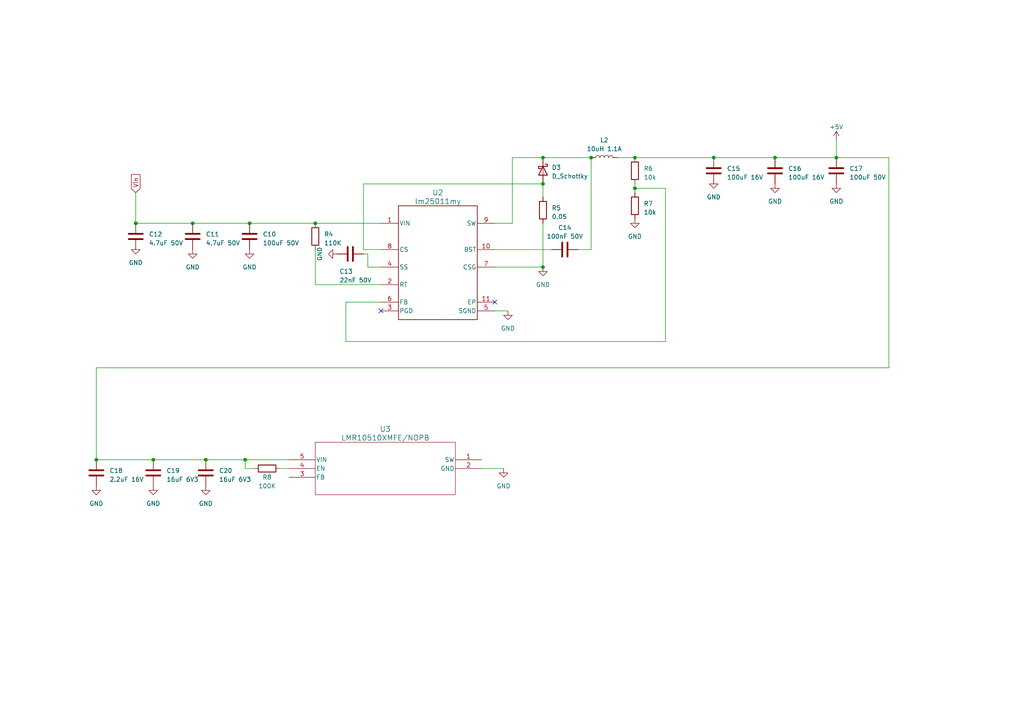
<source format=kicad_sch>
(kicad_sch (version 20230121) (generator eeschema)
  (paper "A4")
  (lib_symbols
    (symbol "Device:C" (pin_numbers hide) (pin_names (offset 0.254))
      (property "Reference" "C" (at 0.635 2.54 0))
      (property "Value" "C" (at 0.635 -2.54 0))
      (symbol "C_0_1"
        (polyline (pts (xy -2.032 -0.762) (xy 2.032 -0.762)) (stroke (width 0.508)))
        (polyline (pts (xy -2.032 0.762) (xy 2.032 0.762)) (stroke (width 0.508)))
      )
      (symbol "C_1_1"
        (pin passive line (at 0 3.81 270) (length 2.794) (name "~") (number "1"))
        (pin passive line (at 0 -3.81 90) (length 2.794) (name "~") (number "2"))
      )
    )
    (symbol "Device:D_Schottky" (pin_numbers hide) (pin_names (offset 1.016) hide)
      (property "Reference" "D" (at 0 2.54 0))
      (property "Value" "D_Schottky" (at 0 -2.54 0))
      (symbol "D_Schottky_0_1"
        (polyline (pts (xy 1.27 0) (xy -1.27 0)))
        (polyline (pts (xy 1.27 1.27) (xy 1.27 -1.27) (xy -1.27 0) (xy 1.27 1.27)) (stroke (width 0.254)))
        (polyline (pts (xy -1.905 0.635) (xy -1.905 1.27) (xy -1.27 1.27) (xy -1.27 -1.27) (xy -0.635 -1.27) (xy -0.635 -0.635)) (stroke (width 0.254)))
      )
      (symbol "D_Schottky_1_1"
        (pin passive line (at -3.81 0 0) (length 2.54) (name "K") (number "1"))
        (pin passive line (at 3.81 0 180) (length 2.54) (name "A") (number "2"))
      )
    )
    (symbol "Device:L" (pin_numbers hide) (pin_names (offset 1.016) hide)
      (property "Reference" "L" (at -1.27 0 90))
      (property "Value" "L" (at 1.905 0 90))
      (symbol "L_0_1"
        (arc (start 0 -2.54) (mid 0.6323 -1.905) (end 0 -1.27))
        (arc (start 0 -1.27) (mid 0.6323 -0.635) (end 0 0))
        (arc (start 0 0) (mid 0.6323 0.635) (end 0 1.27))
        (arc (start 0 1.27) (mid 0.6323 1.905) (end 0 2.54))
      )
      (symbol "L_1_1"
        (pin passive line (at 0 3.81 270) (length 1.27) (name "1") (number "1"))
        (pin passive line (at 0 -3.81 90) (length 1.27) (name "2") (number "2"))
      )
    )
    (symbol "Device:R" (pin_numbers hide) (pin_names (offset 0))
      (property "Reference" "R" (at 2.032 0 90))
      (property "Value" "R" (at 0 0 90))
      (symbol "R_0_1"
        (rectangle (start -1.016 -2.54) (end 1.016 2.54) (stroke (width 0.254)))
      )
      (symbol "R_1_1"
        (pin passive line (at 0 3.81 270) (length 1.27) (name "~") (number "1"))
        (pin passive line (at 0 -3.81 90) (length 1.27) (name "~") (number "2"))
      )
    )
    (symbol "LM25011MY:lm25011my" (pin_names (offset 0.254))
      (property "Reference" "U" (at 0 2.54 0))
      (property "Value" "lm25011my" (at 0 0 0))
      (symbol "lm25011my_0_1"
        (polyline (pts (xy 5.08 -27.94) (xy 27.94 -27.94)) (stroke (width 0.2032)))
        (polyline (pts (xy 5.08 5.08) (xy 5.08 -27.94)) (stroke (width 0.2032)))
        (polyline (pts (xy 27.94 -27.94) (xy 27.94 5.08)) (stroke (width 0.2032)))
        (polyline (pts (xy 27.94 5.08) (xy 5.08 5.08)) (stroke (width 0.2032)))
        (pin power_in line (at 0 0 0) (length 5.08) (name "VIN") (number "1"))
        (pin input line (at 33.02 -7.62 180) (length 5.08) (name "BST") (number "10"))
        (pin power_in line (at 33.02 -22.86 180) (length 5.08) (name "EP") (number "11"))
        (pin input line (at 0 -17.78 0) (length 5.08) (name "RT") (number "2"))
        (pin power_in line (at 0 -25.4 0) (length 5.08) (name "PGD") (number "3"))
        (pin input line (at 0 -12.7 0) (length 5.08) (name "SS") (number "4"))
        (pin power_in line (at 33.02 -25.4 180) (length 5.08) (name "SGND") (number "5"))
        (pin input line (at 0 -22.86 0) (length 5.08) (name "FB") (number "6"))
        (pin unspecified line (at 33.02 -12.7 180) (length 5.08) (name "CSG") (number "7"))
        (pin input line (at 0 -7.62 0) (length 5.08) (name "CS") (number "8"))
        (pin power_in line (at 33.02 0 180) (length 5.08) (name "SW") (number "9"))
      )
    )
    (symbol "LMR10510XMFE:LMR10510XMFE_NOPB" (pin_names (offset 0.254))
      (property "Reference" "U" (at 27.94 10.16 0))
      (property "Value" "LMR10510XMFE/NOPB" (at 27.94 7.62 0))
      (symbol "LMR10510XMFE_NOPB_0_1"
        (polyline (pts (xy 7.62 -10.16) (xy 48.26 -10.16)) (stroke (width 0.127)))
        (polyline (pts (xy 7.62 5.08) (xy 7.62 -10.16)) (stroke (width 0.127)))
        (polyline (pts (xy 48.26 -10.16) (xy 48.26 5.08)) (stroke (width 0.127)))
        (polyline (pts (xy 48.26 5.08) (xy 7.62 5.08)) (stroke (width 0.127)))
        (pin unspecified line (at 0 0 0) (length 7.62) (name "SW") (number "1"))
        (pin power_in line (at 0 -2.54 0) (length 7.62) (name "GND") (number "2"))
        (pin output line (at 55.88 -5.08 180) (length 7.62) (name "FB") (number "3"))
        (pin input line (at 55.88 -2.54 180) (length 7.62) (name "EN") (number "4"))
        (pin input line (at 55.88 0 180) (length 7.62) (name "VIN") (number "5"))
      )
    )
    (symbol "power:+5V" (power) (pin_names (offset 0))
      (property "Value" "+5V" (at 0 3.556 0))
      (symbol "+5V_0_1"
        (polyline (pts (xy -0.762 1.27) (xy 0 2.54)))
        (polyline (pts (xy 0 0) (xy 0 2.54)))
        (polyline (pts (xy 0 2.54) (xy 0.762 1.27)))
      )
      (symbol "+5V_1_1"
        (pin power_in line (at 0 0 90) (length 0) hide (name "+5V") (number "1"))
      )
    )
    (symbol "power:GND" (power) (pin_names (offset 0))
      (property "Value" "GND" (at 0 -3.81 0))
      (symbol "GND_0_1"
        (polyline (pts (xy 0 0) (xy 0 -1.27) (xy 1.27 -1.27) (xy 0 -2.54) (xy -1.27 -1.27) (xy 0 -1.27)))
      )
      (symbol "GND_1_1"
        (pin power_in line (at 0 0 270) (length 0) hide (name "GND") (number "1"))
      )
    )
  )
  (junction (at 157.48 53.34))
  (junction (at 207.01 45.72))
  (junction (at 157.48 45.72))
  (junction (at 71.12 133.35))
  (junction (at 184.15 54.61))
  (junction (at 91.44 64.77))
  (junction (at 72.39 64.77))
  (junction (at 224.79 45.72))
  (junction (at 171.45 45.72))
  (junction (at 157.48 77.47))
  (junction (at 44.45 133.35))
  (junction (at 55.88 64.77))
  (junction (at 39.37 64.77))
  (junction (at 59.69 133.35))
  (junction (at 27.94 133.35))
  (junction (at 242.57 45.72))
  (junction (at 184.15 45.72))
  (no_connect (at 143.51 87.63))
  (no_connect (at 110.49 90.17))
  (wire (pts (xy 110.49 82.55) (xy 91.44 82.55)))
  (wire (pts (xy 59.69 133.35) (xy 71.12 133.35)))
  (wire (pts (xy 257.81 106.68) (xy 257.81 45.72)))
  (wire (pts (xy 184.15 53.34) (xy 184.15 54.61)))
  (wire (pts (xy 106.68 73.66) (xy 106.68 77.47)))
  (wire (pts (xy 105.41 53.34) (xy 157.48 53.34)))
  (wire (pts (xy 27.94 106.68) (xy 257.81 106.68)))
  (wire (pts (xy 148.59 64.77) (xy 148.59 45.72)))
  (wire (pts (xy 143.51 64.77) (xy 148.59 64.77)))
  (wire (pts (xy 27.94 133.35) (xy 27.94 106.68)))
  (wire (pts (xy 106.68 77.47) (xy 110.49 77.47)))
  (wire (pts (xy 167.64 72.39) (xy 171.45 72.39)))
  (wire (pts (xy 27.94 133.35) (xy 44.45 133.35)))
  (wire (pts (xy 157.48 57.15) (xy 157.48 53.34)))
  (wire (pts (xy 72.39 64.77) (xy 91.44 64.77)))
  (wire (pts (xy 148.59 45.72) (xy 157.48 45.72)))
  (wire (pts (xy 147.32 90.17) (xy 143.51 90.17)))
  (wire (pts (xy 55.88 64.77) (xy 72.39 64.77)))
  (wire (pts (xy 143.51 72.39) (xy 160.02 72.39)))
  (wire (pts (xy 39.37 55.88) (xy 39.37 64.77)))
  (wire (pts (xy 71.12 135.89) (xy 71.12 133.35)))
  (wire (pts (xy 207.01 53.34) (xy 207.01 52.07)))
  (wire (pts (xy 242.57 40.64) (xy 242.57 45.72)))
  (wire (pts (xy 100.33 99.06) (xy 193.04 99.06)))
  (wire (pts (xy 91.44 64.77) (xy 110.49 64.77)))
  (wire (pts (xy 157.48 77.47) (xy 157.48 64.77)))
  (wire (pts (xy 179.07 45.72) (xy 184.15 45.72)))
  (wire (pts (xy 184.15 54.61) (xy 184.15 55.88)))
  (wire (pts (xy 224.79 45.72) (xy 242.57 45.72)))
  (wire (pts (xy 44.45 133.35) (xy 59.69 133.35)))
  (wire (pts (xy 207.01 45.72) (xy 224.79 45.72)))
  (wire (pts (xy 171.45 72.39) (xy 171.45 45.72)))
  (wire (pts (xy 157.48 45.72) (xy 171.45 45.72)))
  (wire (pts (xy 100.33 87.63) (xy 100.33 99.06)))
  (wire (pts (xy 110.49 87.63) (xy 100.33 87.63)))
  (wire (pts (xy 71.12 133.35) (xy 83.82 133.35)))
  (wire (pts (xy 193.04 54.61) (xy 184.15 54.61)))
  (wire (pts (xy 105.41 72.39) (xy 105.41 53.34)))
  (wire (pts (xy 81.28 135.89) (xy 83.82 135.89)))
  (wire (pts (xy 146.05 135.89) (xy 139.7 135.89)))
  (wire (pts (xy 257.81 45.72) (xy 242.57 45.72)))
  (wire (pts (xy 73.66 135.89) (xy 71.12 135.89)))
  (wire (pts (xy 143.51 77.47) (xy 157.48 77.47)))
  (wire (pts (xy 105.41 73.66) (xy 106.68 73.66)))
  (wire (pts (xy 110.49 72.39) (xy 105.41 72.39)))
  (wire (pts (xy 39.37 64.77) (xy 55.88 64.77)))
  (wire (pts (xy 39.37 72.39) (xy 39.37 71.12)))
  (wire (pts (xy 91.44 82.55) (xy 91.44 72.39)))
  (wire (pts (xy 184.15 45.72) (xy 207.01 45.72)))
  (wire (pts (xy 193.04 99.06) (xy 193.04 54.61)))
  (global_label "Vin" (shape input) (at 39.37 55.88 90) (property "Intersheetrefs" "${INTERSHEET_REFS}" (effects hide)))
  (symbol (lib_id "Device:C") (at 39.37 68.58 0) (unit 1)
    (property "Reference" "C12" (at 43.18 67.945 0) (effects (justify left)))
    (property "Value" "4.7uF 50V" (at 43.18 70.485 0) (effects (justify left)))
  )
  (symbol (lib_id "power:GND") (at 147.32 90.17 0) (unit 1)
    (property "Reference" "#PWR024" (effects hide))
    (property "Value" "GND" (at 147.32 95.25 0))
  )
  (symbol (lib_id "power:GND") (at 59.69 140.97 0) (unit 1)
    (property "Reference" "#PWR034" (effects hide))
    (property "Value" "GND" (at 59.69 146.05 0))
  )
  (symbol (lib_id "power:GND") (at 72.39 72.39 0) (unit 1)
    (property "Reference" "#PWR021" (effects hide))
    (property "Value" "GND" (at 72.39 77.47 0))
  )
  (symbol (lib_id "power:GND") (at 184.15 63.5 0) (unit 1)
    (property "Reference" "#PWR027" (effects hide))
    (property "Value" "GND" (at 184.15 68.58 0))
  )
  (symbol (lib_id "power:GND") (at 157.48 77.47 0) (unit 1)
    (property "Reference" "#PWR026" (effects hide))
    (property "Value" "GND" (at 157.48 82.55 0))
  )
  (symbol (lib_id "power:GND") (at 27.94 140.97 0) (unit 1)
    (property "Reference" "#PWR032" (effects hide))
    (property "Value" "GND" (at 27.94 146.05 0))
  )
  (symbol (lib_id "Device:R") (at 157.48 60.96 0) (unit 1)
    (property "Reference" "R5" (at 160.02 60.325 0) (effects (justify left)))
    (property "Value" "0.05" (at 160.02 62.865 0) (effects (justify left)))
  )
  (symbol (lib_id "power:+5V") (at 242.57 40.64 0) (unit 1)
    (property "Reference" "#PWR031" (effects hide))
    (property "Value" "+5V" (at 242.57 36.83 0))
  )
  (symbol (lib_id "power:GND") (at 242.57 53.34 0) (unit 1)
    (property "Reference" "#PWR030" (effects hide))
    (property "Value" "GND" (at 242.57 58.42 0))
  )
  (symbol (lib_id "Device:C") (at 224.79 49.53 0) (unit 1)
    (property "Reference" "C16" (at 228.6 48.895 0) (effects (justify left)))
    (property "Value" "100uF 16V" (at 228.6 51.435 0) (effects (justify left)))
  )
  (symbol (lib_id "Device:C") (at 72.39 68.58 0) (unit 1)
    (property "Reference" "C10" (at 76.2 67.945 0) (effects (justify left)))
    (property "Value" "100uF 50V" (at 76.2 70.485 0) (effects (justify left)))
  )
  (symbol (lib_id "Device:C") (at 101.6 73.66 270) (unit 1)
    (property "Reference" "C13" (at 98.425 78.74 90) (effects (justify left)))
    (property "Value" "22nF 50V" (at 98.425 81.28 90) (effects (justify left)))
  )
  (symbol (lib_id "LMR10510XMFE:LMR10510XMFE_NOPB") (at 139.7 133.35 0) (mirror y) (unit 1)
    (property "Reference" "U3" (at 111.76 124.46 0) (effects (font (size 1.524 1.524))))
    (property "Value" "LMR10510XMFE/NOPB" (at 111.76 127 0) (effects (font (size 1.524 1.524))))
    (property "Footprint" "MF05A" (effects hide))
    (property "Datasheet" "LMR10510XMFE/NOPB" (effects hide))
  )
  (symbol (lib_id "power:GND") (at 44.45 140.97 0) (unit 1)
    (property "Reference" "#PWR033" (effects hide))
    (property "Value" "GND" (at 44.45 146.05 0))
  )
  (symbol (lib_id "Device:C") (at 27.94 137.16 0) (unit 1)
    (property "Reference" "C18" (at 31.75 136.525 0) (effects (justify left)))
    (property "Value" "2.2uF 16V" (at 31.75 139.065 0) (effects (justify left)))
  )
  (symbol (lib_id "power:GND") (at 39.37 71.12 0) (unit 1)
    (property "Reference" "#PWR023" (effects hide))
    (property "Value" "GND" (at 39.37 76.2 0))
  )
  (symbol (lib_id "power:GND") (at 97.79 73.66 270) (unit 1)
    (property "Reference" "#PWR025" (effects hide))
    (property "Value" "GND" (at 92.71 73.66 0))
  )
  (symbol (lib_id "Device:L") (at 175.26 45.72 90) (unit 1)
    (property "Reference" "L2" (at 175.26 40.64 90))
    (property "Value" "10uH 1.1A" (at 175.26 43.18 90))
  )
  (symbol (lib_id "Device:C") (at 59.69 137.16 0) (unit 1)
    (property "Reference" "C20" (at 63.5 136.525 0) (effects (justify left)))
    (property "Value" "16uF 6V3" (at 63.5 139.065 0) (effects (justify left)))
  )
  (symbol (lib_id "power:GND") (at 224.79 53.34 0) (unit 1)
    (property "Reference" "#PWR029" (effects hide))
    (property "Value" "GND" (at 224.79 58.42 0))
  )
  (symbol (lib_id "power:GND") (at 55.88 72.39 0) (unit 1)
    (property "Reference" "#PWR022" (effects hide))
    (property "Value" "GND" (at 55.88 77.47 0))
  )
  (symbol (lib_id "LM25011MY:lm25011my") (at 110.49 64.77 0) (unit 1)
    (property "Reference" "U2" (at 127 55.88 0) (effects (font (size 1.524 1.524))))
    (property "Value" "lm25011my" (at 127 58.42 0) (effects (font (size 1.524 1.524))))
    (property "Footprint" "DGQ0010A-IPC_A" (effects hide))
    (property "Datasheet" "lm25011my" (effects hide))
  )
  (symbol (lib_id "Device:R") (at 184.15 49.53 0) (unit 1)
    (property "Reference" "R6" (at 186.69 48.895 0) (effects (justify left)))
    (property "Value" "10k" (at 186.69 51.435 0) (effects (justify left)))
  )
  (symbol (lib_id "Device:R") (at 77.47 135.89 90) (unit 1)
    (property "Reference" "R8" (at 77.47 138.43 90))
    (property "Value" "100K" (at 77.47 140.97 90))
  )
  (symbol (lib_id "Device:R") (at 184.15 59.69 0) (unit 1)
    (property "Reference" "R7" (at 186.69 59.055 0) (effects (justify left)))
    (property "Value" "10k" (at 186.69 61.595 0) (effects (justify left)))
  )
  (symbol (lib_id "Device:C") (at 55.88 68.58 0) (unit 1)
    (property "Reference" "C11" (at 59.69 67.945 0) (effects (justify left)))
    (property "Value" "4.7uF 50V" (at 59.69 70.485 0) (effects (justify left)))
  )
  (symbol (lib_id "Device:C") (at 44.45 137.16 0) (unit 1)
    (property "Reference" "C19" (at 48.26 136.525 0) (effects (justify left)))
    (property "Value" "16uF 6V3" (at 48.26 139.065 0) (effects (justify left)))
  )
  (symbol (lib_id "Device:D_Schottky") (at 157.48 49.53 270) (unit 1)
    (property "Reference" "D3" (at 160.02 48.5775 90) (effects (justify left)))
    (property "Value" "D_Schottky" (at 160.02 51.1175 90) (effects (justify left)))
  )
  (symbol (lib_id "Device:C") (at 242.57 49.53 0) (unit 1)
    (property "Reference" "C17" (at 246.38 48.895 0) (effects (justify left)))
    (property "Value" "100uF 50V" (at 246.38 51.435 0) (effects (justify left)))
  )
  (symbol (lib_id "Device:R") (at 91.44 68.58 0) (unit 1)
    (property "Reference" "R4" (at 93.98 67.945 0) (effects (justify left)))
    (property "Value" "110K" (at 93.98 70.485 0) (effects (justify left)))
  )
  (symbol (lib_id "Device:C") (at 163.83 72.39 90) (unit 1)
    (property "Reference" "C14" (at 163.83 66.04 90))
    (property "Value" "100nF 50V" (at 163.83 68.58 90))
  )
  (symbol (lib_id "Device:C") (at 207.01 49.53 0) (unit 1)
    (property "Reference" "C15" (at 210.82 48.895 0) (effects (justify left)))
    (property "Value" "100uF 16V" (at 210.82 51.435 0) (effects (justify left)))
  )
  (symbol (lib_id "power:GND") (at 207.01 52.07 0) (unit 1)
    (property "Reference" "#PWR028" (effects hide))
    (property "Value" "GND" (at 207.01 57.15 0))
  )
  (symbol (lib_id "power:GND") (at 146.05 135.89 0) (unit 1)
    (property "Reference" "#PWR035" (effects hide))
    (property "Value" "GND" (at 146.05 140.97 0))
  )
)
</source>
